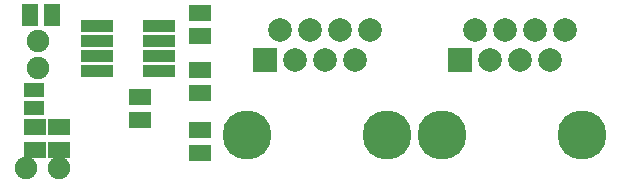
<source format=gbs>
G04 (created by PCBNEW-RS274X (2011-07-08)-stable) date Fri 25 Nov 2011 09:09:20 PM EST*
G01*
G70*
G90*
%MOIN*%
G04 Gerber Fmt 3.4, Leading zero omitted, Abs format*
%FSLAX34Y34*%
G04 APERTURE LIST*
%ADD10C,0.006000*%
%ADD11R,0.106600X0.043600*%
%ADD12R,0.075000X0.055000*%
%ADD13R,0.055000X0.075000*%
%ADD14R,0.065000X0.045000*%
%ADD15C,0.163700*%
%ADD16R,0.079100X0.079100*%
%ADD17C,0.079100*%
%ADD18C,0.075000*%
G04 APERTURE END LIST*
G54D10*
G54D11*
X33276Y-17350D03*
X33276Y-16850D03*
X33276Y-16350D03*
X33276Y-15850D03*
X35323Y-15850D03*
X35323Y-16350D03*
X35323Y-16850D03*
X35323Y-17350D03*
G54D12*
X31200Y-19975D03*
X31200Y-19225D03*
X36700Y-15425D03*
X36700Y-16175D03*
X36700Y-19325D03*
X36700Y-20075D03*
X36700Y-18075D03*
X36700Y-17325D03*
G54D13*
X31025Y-15500D03*
X31775Y-15500D03*
G54D12*
X34700Y-18975D03*
X34700Y-18225D03*
X32000Y-19975D03*
X32000Y-19225D03*
G54D14*
X31150Y-18600D03*
X31150Y-18000D03*
G54D15*
X42938Y-19500D03*
X38265Y-19500D03*
G54D16*
X38850Y-17000D03*
G54D17*
X39350Y-16000D03*
X39850Y-17000D03*
X40350Y-16000D03*
X40850Y-17000D03*
X41350Y-16000D03*
X41850Y-17000D03*
X42350Y-16000D03*
G54D15*
X49438Y-19500D03*
X44765Y-19500D03*
G54D16*
X45350Y-17000D03*
G54D17*
X45850Y-16000D03*
X46350Y-17000D03*
X46850Y-16000D03*
X47350Y-17000D03*
X47850Y-16000D03*
X48350Y-17000D03*
X48850Y-16000D03*
G54D18*
X30900Y-20600D03*
X31300Y-16350D03*
X31300Y-17250D03*
X32000Y-20600D03*
M02*

</source>
